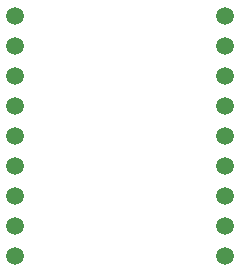
<source format=gbl>
G75*
%MOIN*%
%OFA0B0*%
%FSLAX25Y25*%
%IPPOS*%
%LPD*%
%AMOC8*
5,1,8,0,0,1.08239X$1,22.5*
%
%ADD10C,0.05937*%
D10*
X0007750Y0006500D03*
X0007750Y0016500D03*
X0007750Y0026500D03*
X0007750Y0036500D03*
X0007750Y0046500D03*
X0007750Y0056500D03*
X0007750Y0066500D03*
X0007750Y0076500D03*
X0007750Y0086500D03*
X0077750Y0086500D03*
X0077750Y0076500D03*
X0077750Y0066500D03*
X0077750Y0056500D03*
X0077750Y0046500D03*
X0077750Y0036500D03*
X0077750Y0026500D03*
X0077750Y0016500D03*
X0077750Y0006500D03*
M02*

</source>
